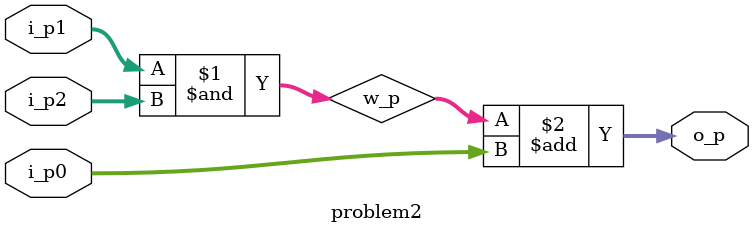
<source format=v>
module problem2(
  input [7:0] i_p0,
  input [7:0] i_p1,
  input [7:0] i_p2,
  output wire [7:0] o_p
);

  wire [7:0] w_p;
  assign w_p = i_p1 & i_p2;
  assign o_p = w_p + i_p0;

endmodule

</source>
